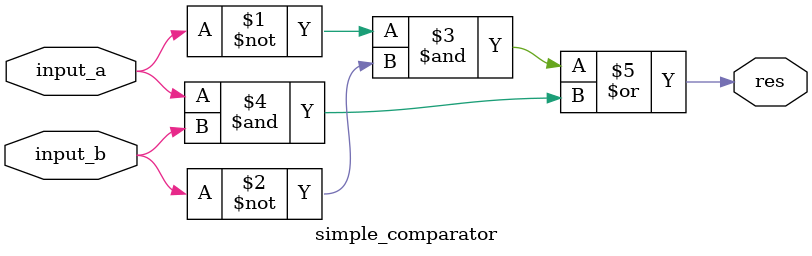
<source format=sv>
`timescale 1ns/1ps

module simple_comparator(
    input logic input_a,
    input logic input_b,
    output logic res
    );
    
    assign res = (~input_a & ~input_b) | (input_a & input_b);
    //assign res = (input_a == input_b) ? 1'b1 : 1'b0;

endmodule


</source>
